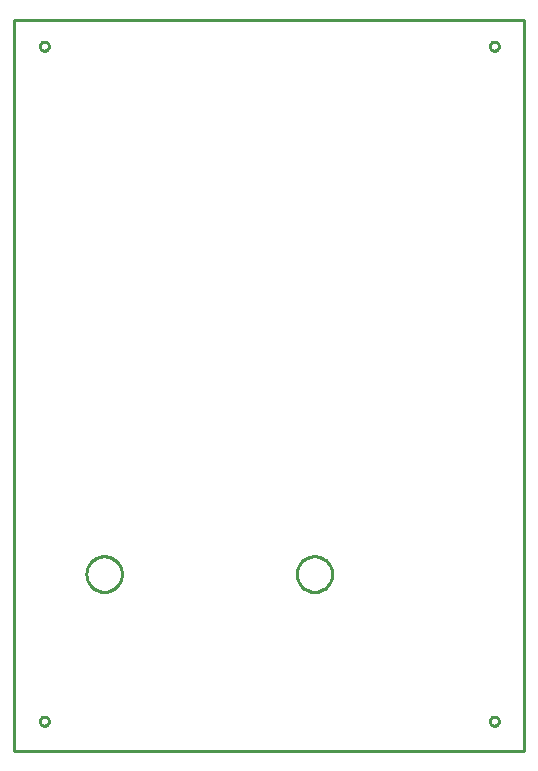
<source format=gbr>
G04 EAGLE Gerber X2 export*
%TF.Part,Single*%
%TF.FileFunction,Profile,NP*%
%TF.FilePolarity,Positive*%
%TF.GenerationSoftware,Autodesk,EAGLE,8.7.1*%
%TF.CreationDate,2018-05-13T19:15:01Z*%
G75*
%MOMM*%
%FSLAX34Y34*%
%LPD*%
%AMOC8*
5,1,8,0,0,1.08239X$1,22.5*%
G01*
%ADD10C,0.254000*%


D10*
X0Y0D02*
X431600Y0D01*
X431600Y619000D01*
X0Y619000D01*
X0Y0D01*
X410210Y596650D02*
X410145Y596155D01*
X410016Y595673D01*
X409824Y595211D01*
X409575Y594779D01*
X409271Y594383D01*
X408918Y594029D01*
X408521Y593725D01*
X408089Y593476D01*
X407627Y593284D01*
X407145Y593155D01*
X406650Y593090D01*
X406150Y593090D01*
X405655Y593155D01*
X405173Y593284D01*
X404711Y593476D01*
X404279Y593725D01*
X403883Y594029D01*
X403529Y594383D01*
X403225Y594779D01*
X402976Y595211D01*
X402784Y595673D01*
X402655Y596155D01*
X402590Y596650D01*
X402590Y597150D01*
X402655Y597645D01*
X402784Y598127D01*
X402976Y598589D01*
X403225Y599021D01*
X403529Y599418D01*
X403883Y599771D01*
X404279Y600075D01*
X404711Y600324D01*
X405173Y600516D01*
X405655Y600645D01*
X406150Y600710D01*
X406650Y600710D01*
X407145Y600645D01*
X407627Y600516D01*
X408089Y600324D01*
X408521Y600075D01*
X408918Y599771D01*
X409271Y599418D01*
X409575Y599021D01*
X409824Y598589D01*
X410016Y598127D01*
X410145Y597645D01*
X410210Y597150D01*
X410210Y596650D01*
X410210Y25150D02*
X410145Y24655D01*
X410016Y24173D01*
X409824Y23711D01*
X409575Y23279D01*
X409271Y22883D01*
X408918Y22529D01*
X408521Y22225D01*
X408089Y21976D01*
X407627Y21784D01*
X407145Y21655D01*
X406650Y21590D01*
X406150Y21590D01*
X405655Y21655D01*
X405173Y21784D01*
X404711Y21976D01*
X404279Y22225D01*
X403883Y22529D01*
X403529Y22883D01*
X403225Y23279D01*
X402976Y23711D01*
X402784Y24173D01*
X402655Y24655D01*
X402590Y25150D01*
X402590Y25650D01*
X402655Y26145D01*
X402784Y26627D01*
X402976Y27089D01*
X403225Y27521D01*
X403529Y27918D01*
X403883Y28271D01*
X404279Y28575D01*
X404711Y28824D01*
X405173Y29016D01*
X405655Y29145D01*
X406150Y29210D01*
X406650Y29210D01*
X407145Y29145D01*
X407627Y29016D01*
X408089Y28824D01*
X408521Y28575D01*
X408918Y28271D01*
X409271Y27918D01*
X409575Y27521D01*
X409824Y27089D01*
X410016Y26627D01*
X410145Y26145D01*
X410210Y25650D01*
X410210Y25150D01*
X29210Y25150D02*
X29145Y24655D01*
X29016Y24173D01*
X28824Y23711D01*
X28575Y23279D01*
X28271Y22883D01*
X27918Y22529D01*
X27521Y22225D01*
X27089Y21976D01*
X26627Y21784D01*
X26145Y21655D01*
X25650Y21590D01*
X25150Y21590D01*
X24655Y21655D01*
X24173Y21784D01*
X23711Y21976D01*
X23279Y22225D01*
X22883Y22529D01*
X22529Y22883D01*
X22225Y23279D01*
X21976Y23711D01*
X21784Y24173D01*
X21655Y24655D01*
X21590Y25150D01*
X21590Y25650D01*
X21655Y26145D01*
X21784Y26627D01*
X21976Y27089D01*
X22225Y27521D01*
X22529Y27918D01*
X22883Y28271D01*
X23279Y28575D01*
X23711Y28824D01*
X24173Y29016D01*
X24655Y29145D01*
X25150Y29210D01*
X25650Y29210D01*
X26145Y29145D01*
X26627Y29016D01*
X27089Y28824D01*
X27521Y28575D01*
X27918Y28271D01*
X28271Y27918D01*
X28575Y27521D01*
X28824Y27089D01*
X29016Y26627D01*
X29145Y26145D01*
X29210Y25650D01*
X29210Y25150D01*
X29210Y596650D02*
X29145Y596155D01*
X29016Y595673D01*
X28824Y595211D01*
X28575Y594779D01*
X28271Y594383D01*
X27918Y594029D01*
X27521Y593725D01*
X27089Y593476D01*
X26627Y593284D01*
X26145Y593155D01*
X25650Y593090D01*
X25150Y593090D01*
X24655Y593155D01*
X24173Y593284D01*
X23711Y593476D01*
X23279Y593725D01*
X22883Y594029D01*
X22529Y594383D01*
X22225Y594779D01*
X21976Y595211D01*
X21784Y595673D01*
X21655Y596155D01*
X21590Y596650D01*
X21590Y597150D01*
X21655Y597645D01*
X21784Y598127D01*
X21976Y598589D01*
X22225Y599021D01*
X22529Y599418D01*
X22883Y599771D01*
X23279Y600075D01*
X23711Y600324D01*
X24173Y600516D01*
X24655Y600645D01*
X25150Y600710D01*
X25650Y600710D01*
X26145Y600645D01*
X26627Y600516D01*
X27089Y600324D01*
X27521Y600075D01*
X27918Y599771D01*
X28271Y599418D01*
X28575Y599021D01*
X28824Y598589D01*
X29016Y598127D01*
X29145Y597645D01*
X29210Y597150D01*
X29210Y596650D01*
X410210Y596650D02*
X410145Y596155D01*
X410016Y595673D01*
X409824Y595211D01*
X409575Y594779D01*
X409271Y594383D01*
X408918Y594029D01*
X408521Y593725D01*
X408089Y593476D01*
X407627Y593284D01*
X407145Y593155D01*
X406650Y593090D01*
X406150Y593090D01*
X405655Y593155D01*
X405173Y593284D01*
X404711Y593476D01*
X404279Y593725D01*
X403883Y594029D01*
X403529Y594383D01*
X403225Y594779D01*
X402976Y595211D01*
X402784Y595673D01*
X402655Y596155D01*
X402590Y596650D01*
X402590Y597150D01*
X402655Y597645D01*
X402784Y598127D01*
X402976Y598589D01*
X403225Y599021D01*
X403529Y599418D01*
X403883Y599771D01*
X404279Y600075D01*
X404711Y600324D01*
X405173Y600516D01*
X405655Y600645D01*
X406150Y600710D01*
X406650Y600710D01*
X407145Y600645D01*
X407627Y600516D01*
X408089Y600324D01*
X408521Y600075D01*
X408918Y599771D01*
X409271Y599418D01*
X409575Y599021D01*
X409824Y598589D01*
X410016Y598127D01*
X410145Y597645D01*
X410210Y597150D01*
X410210Y596650D01*
X410210Y25150D02*
X410145Y24655D01*
X410016Y24173D01*
X409824Y23711D01*
X409575Y23279D01*
X409271Y22883D01*
X408918Y22529D01*
X408521Y22225D01*
X408089Y21976D01*
X407627Y21784D01*
X407145Y21655D01*
X406650Y21590D01*
X406150Y21590D01*
X405655Y21655D01*
X405173Y21784D01*
X404711Y21976D01*
X404279Y22225D01*
X403883Y22529D01*
X403529Y22883D01*
X403225Y23279D01*
X402976Y23711D01*
X402784Y24173D01*
X402655Y24655D01*
X402590Y25150D01*
X402590Y25650D01*
X402655Y26145D01*
X402784Y26627D01*
X402976Y27089D01*
X403225Y27521D01*
X403529Y27918D01*
X403883Y28271D01*
X404279Y28575D01*
X404711Y28824D01*
X405173Y29016D01*
X405655Y29145D01*
X406150Y29210D01*
X406650Y29210D01*
X407145Y29145D01*
X407627Y29016D01*
X408089Y28824D01*
X408521Y28575D01*
X408918Y28271D01*
X409271Y27918D01*
X409575Y27521D01*
X409824Y27089D01*
X410016Y26627D01*
X410145Y26145D01*
X410210Y25650D01*
X410210Y25150D01*
X29210Y25150D02*
X29145Y24655D01*
X29016Y24173D01*
X28824Y23711D01*
X28575Y23279D01*
X28271Y22883D01*
X27918Y22529D01*
X27521Y22225D01*
X27089Y21976D01*
X26627Y21784D01*
X26145Y21655D01*
X25650Y21590D01*
X25150Y21590D01*
X24655Y21655D01*
X24173Y21784D01*
X23711Y21976D01*
X23279Y22225D01*
X22883Y22529D01*
X22529Y22883D01*
X22225Y23279D01*
X21976Y23711D01*
X21784Y24173D01*
X21655Y24655D01*
X21590Y25150D01*
X21590Y25650D01*
X21655Y26145D01*
X21784Y26627D01*
X21976Y27089D01*
X22225Y27521D01*
X22529Y27918D01*
X22883Y28271D01*
X23279Y28575D01*
X23711Y28824D01*
X24173Y29016D01*
X24655Y29145D01*
X25150Y29210D01*
X25650Y29210D01*
X26145Y29145D01*
X26627Y29016D01*
X27089Y28824D01*
X27521Y28575D01*
X27918Y28271D01*
X28271Y27918D01*
X28575Y27521D01*
X28824Y27089D01*
X29016Y26627D01*
X29145Y26145D01*
X29210Y25650D01*
X29210Y25150D01*
X29210Y596650D02*
X29145Y596155D01*
X29016Y595673D01*
X28824Y595211D01*
X28575Y594779D01*
X28271Y594383D01*
X27918Y594029D01*
X27521Y593725D01*
X27089Y593476D01*
X26627Y593284D01*
X26145Y593155D01*
X25650Y593090D01*
X25150Y593090D01*
X24655Y593155D01*
X24173Y593284D01*
X23711Y593476D01*
X23279Y593725D01*
X22883Y594029D01*
X22529Y594383D01*
X22225Y594779D01*
X21976Y595211D01*
X21784Y595673D01*
X21655Y596155D01*
X21590Y596650D01*
X21590Y597150D01*
X21655Y597645D01*
X21784Y598127D01*
X21976Y598589D01*
X22225Y599021D01*
X22529Y599418D01*
X22883Y599771D01*
X23279Y600075D01*
X23711Y600324D01*
X24173Y600516D01*
X24655Y600645D01*
X25150Y600710D01*
X25650Y600710D01*
X26145Y600645D01*
X26627Y600516D01*
X27089Y600324D01*
X27521Y600075D01*
X27918Y599771D01*
X28271Y599418D01*
X28575Y599021D01*
X28824Y598589D01*
X29016Y598127D01*
X29145Y597645D01*
X29210Y597150D01*
X29210Y596650D01*
X269100Y149364D02*
X269024Y148296D01*
X268871Y147235D01*
X268643Y146188D01*
X268341Y145160D01*
X267967Y144156D01*
X267522Y143181D01*
X267008Y142241D01*
X266429Y141340D01*
X265787Y140482D01*
X265085Y139672D01*
X264328Y138915D01*
X263518Y138213D01*
X262660Y137571D01*
X261759Y136992D01*
X260819Y136478D01*
X259844Y136033D01*
X258840Y135659D01*
X257812Y135357D01*
X256765Y135129D01*
X255704Y134976D01*
X254636Y134900D01*
X253564Y134900D01*
X252496Y134976D01*
X251435Y135129D01*
X250388Y135357D01*
X249360Y135659D01*
X248356Y136033D01*
X247381Y136478D01*
X246441Y136992D01*
X245540Y137571D01*
X244682Y138213D01*
X243872Y138915D01*
X243115Y139672D01*
X242413Y140482D01*
X241771Y141340D01*
X241192Y142241D01*
X240678Y143181D01*
X240233Y144156D01*
X239859Y145160D01*
X239557Y146188D01*
X239329Y147235D01*
X239176Y148296D01*
X239100Y149364D01*
X239100Y150436D01*
X239176Y151504D01*
X239329Y152565D01*
X239557Y153612D01*
X239859Y154640D01*
X240233Y155644D01*
X240678Y156619D01*
X241192Y157559D01*
X241771Y158460D01*
X242413Y159318D01*
X243115Y160128D01*
X243872Y160885D01*
X244682Y161587D01*
X245540Y162229D01*
X246441Y162808D01*
X247381Y163322D01*
X248356Y163767D01*
X249360Y164141D01*
X250388Y164443D01*
X251435Y164671D01*
X252496Y164824D01*
X253564Y164900D01*
X254636Y164900D01*
X255704Y164824D01*
X256765Y164671D01*
X257812Y164443D01*
X258840Y164141D01*
X259844Y163767D01*
X260819Y163322D01*
X261759Y162808D01*
X262660Y162229D01*
X263518Y161587D01*
X264328Y160885D01*
X265085Y160128D01*
X265787Y159318D01*
X266429Y158460D01*
X267008Y157559D01*
X267522Y156619D01*
X267967Y155644D01*
X268341Y154640D01*
X268643Y153612D01*
X268871Y152565D01*
X269024Y151504D01*
X269100Y150436D01*
X269100Y149364D01*
X91100Y149364D02*
X91024Y148296D01*
X90871Y147235D01*
X90643Y146188D01*
X90341Y145160D01*
X89967Y144156D01*
X89522Y143181D01*
X89008Y142241D01*
X88429Y141340D01*
X87787Y140482D01*
X87085Y139672D01*
X86328Y138915D01*
X85518Y138213D01*
X84660Y137571D01*
X83759Y136992D01*
X82819Y136478D01*
X81844Y136033D01*
X80840Y135659D01*
X79812Y135357D01*
X78765Y135129D01*
X77704Y134976D01*
X76636Y134900D01*
X75564Y134900D01*
X74496Y134976D01*
X73435Y135129D01*
X72388Y135357D01*
X71360Y135659D01*
X70356Y136033D01*
X69381Y136478D01*
X68441Y136992D01*
X67540Y137571D01*
X66682Y138213D01*
X65872Y138915D01*
X65115Y139672D01*
X64413Y140482D01*
X63771Y141340D01*
X63192Y142241D01*
X62678Y143181D01*
X62233Y144156D01*
X61859Y145160D01*
X61557Y146188D01*
X61329Y147235D01*
X61176Y148296D01*
X61100Y149364D01*
X61100Y150436D01*
X61176Y151504D01*
X61329Y152565D01*
X61557Y153612D01*
X61859Y154640D01*
X62233Y155644D01*
X62678Y156619D01*
X63192Y157559D01*
X63771Y158460D01*
X64413Y159318D01*
X65115Y160128D01*
X65872Y160885D01*
X66682Y161587D01*
X67540Y162229D01*
X68441Y162808D01*
X69381Y163322D01*
X70356Y163767D01*
X71360Y164141D01*
X72388Y164443D01*
X73435Y164671D01*
X74496Y164824D01*
X75564Y164900D01*
X76636Y164900D01*
X77704Y164824D01*
X78765Y164671D01*
X79812Y164443D01*
X80840Y164141D01*
X81844Y163767D01*
X82819Y163322D01*
X83759Y162808D01*
X84660Y162229D01*
X85518Y161587D01*
X86328Y160885D01*
X87085Y160128D01*
X87787Y159318D01*
X88429Y158460D01*
X89008Y157559D01*
X89522Y156619D01*
X89967Y155644D01*
X90341Y154640D01*
X90643Y153612D01*
X90871Y152565D01*
X91024Y151504D01*
X91100Y150436D01*
X91100Y149364D01*
M02*

</source>
